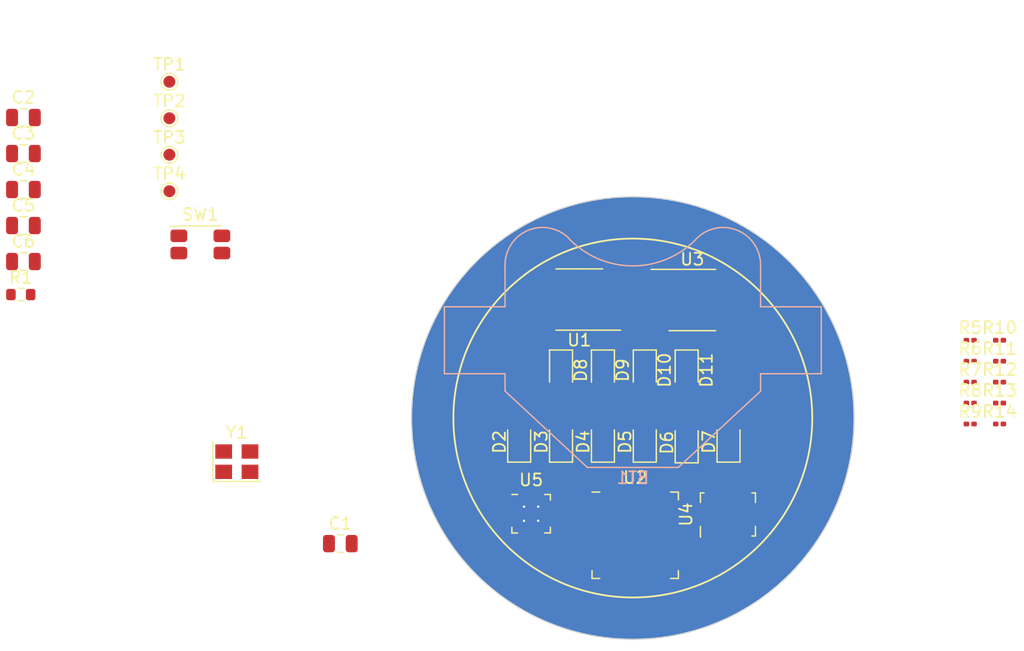
<source format=kicad_pcb>
(kicad_pcb (version 20221018) (generator pcbnew)
  (layers (0 "F.Cu" signal) (31 "B.Cu" signal) (34 "B.Paste" user) (35 "F.Paste" user) (36 "B.SilkS" user "B.Silkscreen") (37 "F.SilkS" user "F.Silkscreen") (38 "B.Mask" user) (39 "F.Mask" user) (44 "Edge.Cuts" user))
  (net 0 "")
  (net 1 "+3.3V")
  (net 2 "GND")
  (net 3 "Net-(U2-XIN)")
  (net 4 "Net-(U2-XOUT)")
  (net 5 "+1V1")
  (net 6 "Net-(R1-Pad1)")
  (net 7 "Net-(U1-~{CS})")
  (net 8 "Net-(U2-SWCLK)")
  (net 9 "Net-(U2-SWD)")
  (net 10 "Net-(U2-RUN)")
  (net 11 "Net-(U1-DO(IO1))")
  (net 12 "Net-(U1-IO2)")
  (net 13 "Net-(U1-DI(IO0))")
  (net 14 "Net-(U1-CLK)")
  (net 15 "Net-(U1-IO3)")
  (net 34 "/usb_D-")
  (net 35 "/usb_D+")
  (net 44 "Net-(U4-AC1)")
  (net 45 "Net-(U4-BOOT1)")
  (net 46 "Net-(BT1-+)")
  (net 47 "Net-(U4-CLAMP1)")
  (net 48 "Net-(U4-COMM1)")
  (net 49 "Net-(D1-K)")
  (net 51 "Net-(U4-TERM)")
  (net 53 "Net-(U4-ILIM)")
  (net 55 "Net-(U4-FOD)")
  (net 56 "Net-(U4-COMM2)")
  (net 57 "Net-(U4-CLAMP2)")
  (net 58 "Net-(U4-BOOT2)")
  (net 59 "Net-(U4-RECT)")
  (net 60 "Net-(U4-AC2)")
  (net 62 "Net-(U5-BAT-Pad2)")
  (net 67 "Net-(U5-VSS-Pad17)")
  (net 69 "Net-(U5-OUT-Pad10)")
  (net 75 "Net-(D2-A)")
  (net 76 "Net-(D3-A)")
  (net 77 "Net-(D4-A)")
  (net 78 "Net-(D5-A)")
  (net 79 "Net-(D6-A)")
  (net 80 "Net-(D7-A)")
  (net 81 "Net-(D8-A)")
  (net 82 "Net-(D9-A)")
  (net 83 "Net-(D10-A)")
  (net 84 "Net-(D11-A)")
  (net 85 "/ledM32")
  (net 86 "/ledM16")
  (net 87 "/ledM8")
  (net 88 "/ledM4")
  (net 89 "/ledM2")
  (net 90 "/ledM1")
  (net 91 "/ledH8")
  (net 92 "/ledH4")
  (net 93 "/ledH2")
  (net 94 "/ledH1")
  (footprint "Resistor_SMD:R_0201_0603Metric" (layer "F.Cu") (at 180.655 98.75)
    (fp_text reference "R13" (at 0 -1.05) (layer "F.SilkS"))
    (fp_text value "R175")
    (pad "1" smd roundrect (at -0.32 0) (size 0.46 0.4) (layers "F.Cu" "F.Mask") (net 93 "/ledH2"))
    (pad "2" smd roundrect (at 0.32 0) (size 0.46 0.4) (layers "F.Cu" "F.Mask") (net 83 "Net-(D10-A)"))
  )
  (footprint "Package_SO:SOIC-8_3.9x4.9mm_P1.27mm" (layer "F.Cu") (at 145.525 90.095 180)
    (fp_text reference "U1" (at 0 -3.4) (layer "F.SilkS"))
    (fp_text value "W25Q32JVSS")
    (fp_line (start 0 -2.56) (end -3.45 -2.56) (stroke (width 0.12)) (layer "F.SilkS"))
    (fp_line (start 0 -2.56) (end 1.95 -2.56) (stroke (width 0.12)) (layer "F.SilkS"))
    (fp_line (start 0 2.56) (end -1.95 2.56) (stroke (width 0.12)) (layer "F.SilkS"))
    (fp_line (start 0 2.56) (end 1.95 2.56) (stroke (width 0.12)) (layer "F.SilkS"))
    (pad "1" smd roundrect (at -2.475 -1.905 180) (size 1.95 0.6) (layers "F.Cu" "F.Paste" "F.Mask") (net 7 "Net-(U1-~{CS})"))
    (pad "2" smd roundrect (at -2.475 -0.635 180) (size 1.95 0.6) (layers "F.Cu" "F.Paste" "F.Mask") (net 11 "Net-(U1-DO(IO1))"))
    (pad "3" smd roundrect (at -2.475 0.635 180) (size 1.95 0.6) (layers "F.Cu" "F.Paste" "F.Mask") (net 12 "Net-(U1-IO2)"))
    (pad "4" smd roundrect (at -2.475 1.905 180) (size 1.95 0.6) (layers "F.Cu" "F.Paste" "F.Mask") (net 2 "GND"))
    (pad "5" smd roundrect (at 2.475 1.905 180) (size 1.95 0.6) (layers "F.Cu" "F.Paste" "F.Mask") (net 13 "Net-(U1-DI(IO0))"))
    (pad "6" smd roundrect (at 2.475 0.635 180) (size 1.95 0.6) (layers "F.Cu" "F.Paste" "F.Mask") (net 14 "Net-(U1-CLK)"))
    (pad "7" smd roundrect (at 2.475 -0.635 180) (size 1.95 0.6) (layers "F.Cu" "F.Paste" "F.Mask") (net 15 "Net-(U1-IO3)"))
    (pad "8" smd roundrect (at 2.475 -1.905 180) (size 1.95 0.6) (layers "F.Cu" "F.Paste" "F.Mask") (net 1 "+3.3V"))
  )
  (footprint "Capacitor_SMD:C_0805_2012Metric" (layer "F.Cu") (at 99.06 80.9)
    (fp_text reference "C4" (at 0 -1.68) (layer "F.SilkS"))
    (fp_text value "1uF")
    (fp_line (start -0.261252 -0.735) (end 0.261252 -0.735) (stroke (width 0.12)) (layer "F.SilkS"))
    (fp_line (start -0.261252 0.735) (end 0.261252 0.735) (stroke (width 0.12)) (layer "F.SilkS"))
    (pad "1" smd roundrect (at -0.95 0) (size 1 1.45) (layers "F.Cu" "F.Paste" "F.Mask") (net 5 "+1V1"))
    (pad "2" smd roundrect (at 0.95 0) (size 1 1.45) (layers "F.Cu" "F.Paste" "F.Mask") (net 2 "GND"))
  )
  (footprint "Resistor_SMD:R_0201_0603Metric" (layer "F.Cu") (at 178.205 95.25)
    (fp_text reference "R6" (at 0 -1.05) (layer "F.SilkS"))
    (fp_text value "R175")
    (pad "1" smd roundrect (at -0.32 0) (size 0.46 0.4) (layers "F.Cu" "F.Mask") (net 86 "/ledM16"))
    (pad "2" smd roundrect (at 0.32 0) (size 0.46 0.4) (layers "F.Cu" "F.Mask") (net 76 "Net-(D3-A)"))
  )
  (footprint "LED_SMD:LED_0805_2012Metric" (layer "F.Cu") (at 154.5 96 -90)
    (fp_text reference "D11" (at 0 -1.65 90) (layer "F.SilkS"))
    (fp_text value "LED")
    (fp_line (start -1.685 -0.96) (end -1.685 0.96) (stroke (width 0.12)) (layer "F.SilkS"))
    (fp_line (start -1.685 0.96) (end 1 0.96) (stroke (width 0.12)) (layer "F.SilkS"))
    (fp_line (start 1 -0.96) (end -1.685 -0.96) (stroke (width 0.12)) (layer "F.SilkS"))
    (pad "1" smd roundrect (at -0.9375 0 270) (size 0.975 1.4) (layers "F.Cu" "F.Paste" "F.Mask") (net 2 "GND"))
    (pad "2" smd roundrect (at 0.9375 0 270) (size 0.975 1.4) (layers "F.Cu" "F.Paste" "F.Mask") (net 84 "Net-(D11-A)"))
  )
  (footprint "TestPoint:TestPoint_Pad_D1.0mm" (layer "F.Cu") (at 111.26 71.89)
    (fp_text reference "TP1" (at 0 -1.448) (layer "F.SilkS"))
    (fp_text value "TestPoint")
    (fp_circle (center 0 0) (end 0 0.7) (stroke (width 0.12)) (fill none) (layer "F.SilkS"))
    (pad "1" smd circle (at 0 0) (size 1 1) (layers "F.Cu" "F.Mask") (net 8 "Net-(U2-SWCLK)"))
  )
  (footprint "Resistor_SMD:R_0201_0603Metric" (layer "F.Cu") (at 180.655 100.5)
    (fp_text reference "R14" (at 0 -1.05) (layer "F.SilkS"))
    (fp_text value "R175")
    (pad "1" smd roundrect (at -0.32 0) (size 0.46 0.4) (layers "F.Cu" "F.Mask") (net 94 "/ledH1"))
    (pad "2" smd roundrect (at 0.32 0) (size 0.46 0.4) (layers "F.Cu" "F.Mask") (net 84 "Net-(D11-A)"))
  )
  (footprint "LED_SMD:LED_0805_2012Metric" (layer "F.Cu") (at 151 96 -90)
    (fp_text reference "D10" (at 0 -1.65 90) (layer "F.SilkS"))
    (fp_text value "LED")
    (fp_line (start -1.685 -0.96) (end -1.685 0.96) (stroke (width 0.12)) (layer "F.SilkS"))
    (fp_line (start -1.685 0.96) (end 1 0.96) (stroke (width 0.12)) (layer "F.SilkS"))
    (fp_line (start 1 -0.96) (end -1.685 -0.96) (stroke (width 0.12)) (layer "F.SilkS"))
    (pad "1" smd roundrect (at -0.9375 0 270) (size 0.975 1.4) (layers "F.Cu" "F.Paste" "F.Mask") (net 2 "GND"))
    (pad "2" smd roundrect (at 0.9375 0 270) (size 0.975 1.4) (layers "F.Cu" "F.Paste" "F.Mask") (net 83 "Net-(D10-A)"))
  )
  (footprint "Resistor_SMD:R_0201_0603Metric" (layer "F.Cu") (at 180.655 97)
    (fp_text reference "R12" (at 0 -1.05) (layer "F.SilkS"))
    (fp_text value "R175")
    (pad "1" smd roundrect (at -0.32 0) (size 0.46 0.4) (layers "F.Cu" "F.Mask") (net 92 "/ledH4"))
    (pad "2" smd roundrect (at 0.32 0) (size 0.46 0.4) (layers "F.Cu" "F.Mask") (net 82 "Net-(D9-A)"))
  )
  (footprint "LED_SMD:LED_0805_2012Metric" (layer "F.Cu") (at 154.5 102.0625 90)
    (fp_text reference "D6" (at 0 -1.65 90) (layer "F.SilkS"))
    (fp_text value "LED")
    (fp_line (start -1.685 -0.96) (end -1.685 0.96) (stroke (width 0.12)) (layer "F.SilkS"))
    (fp_line (start -1.685 0.96) (end 1 0.96) (stroke (width 0.12)) (layer "F.SilkS"))
    (fp_line (start 1 -0.96) (end -1.685 -0.96) (stroke (width 0.12)) (layer "F.SilkS"))
    (pad "1" smd roundrect (at -0.9375 0 90) (size 0.975 1.4) (layers "F.Cu" "F.Paste" "F.Mask") (net 2 "GND"))
    (pad "2" smd roundrect (at 0.9375 0 90) (size 0.975 1.4) (layers "F.Cu" "F.Paste" "F.Mask") (net 79 "Net-(D6-A)"))
  )
  (footprint "LED_SMD:LED_0805_2012Metric" (layer "F.Cu") (at 140.5 102 90)
    (fp_text reference "D2" (at 0 -1.65 90) (layer "F.SilkS"))
    (fp_text value "LED")
    (fp_line (start -1.685 -0.96) (end -1.685 0.96) (stroke (width 0.12)) (layer "F.SilkS"))
    (fp_line (start -1.685 0.96) (end 1 0.96) (stroke (width 0.12)) (layer "F.SilkS"))
    (fp_line (start 1 -0.96) (end -1.685 -0.96) (stroke (width 0.12)) (layer "F.SilkS"))
    (pad "1" smd roundrect (at -0.9375 0 90) (size 0.975 1.4) (layers "F.Cu" "F.Paste" "F.Mask") (net 2 "GND"))
    (pad "2" smd roundrect (at 0.9375 0 90) (size 0.975 1.4) (layers "F.Cu" "F.Paste" "F.Mask") (net 75 "Net-(D2-A)"))
  )
  (footprint "Resistor_SMD:R_0201_0603Metric" (layer "F.Cu") (at 178.205 93.5)
    (fp_text reference "R5" (at 0 -1.05) (layer "F.SilkS"))
    (fp_text value "R175")
    (pad "1" smd roundrect (at -0.32 0) (size 0.46 0.4) (layers "F.Cu" "F.Mask") (net 85 "/ledM32"))
    (pad "2" smd roundrect (at 0.32 0) (size 0.46 0.4) (layers "F.Cu" "F.Mask") (net 75 "Net-(D2-A)"))
  )
  (footprint "TestPoint:TestPoint_Pad_D1.0mm" (layer "F.Cu") (at 111.26 77.99)
    (fp_text reference "TP3" (at 0 -1.448) (layer "F.SilkS"))
    (fp_text value "TestPoint")
    (fp_circle (center 0 0) (end 0 0.7) (stroke (width 0.12)) (fill none) (layer "F.SilkS"))
    (pad "1" smd circle (at 0 0) (size 1 1) (layers "F.Cu" "F.Mask") (net 9 "Net-(U2-SWD)"))
  )
  (footprint "Capacitor_SMD:C_0805_2012Metric" (layer "F.Cu") (at 125.55 110.5)
    (fp_text reference "C1" (at 0 -1.68) (layer "F.SilkS"))
    (fp_text value "1uF")
    (fp_line (start -0.261252 -0.735) (end 0.261252 -0.735) (stroke (width 0.12)) (layer "F.SilkS"))
    (fp_line (start -0.261252 0.735) (end 0.261252 0.735) (stroke (width 0.12)) (layer "F.SilkS"))
    (pad "1" smd roundrect (at -0.95 0) (size 1 1.45) (layers "F.Cu" "F.Paste" "F.Mask") (net 1 "+3.3V"))
    (pad "2" smd roundrect (at 0.95 0) (size 1 1.45) (layers "F.Cu" "F.Paste" "F.Mask") (net 2 "GND"))
  )
  (footprint "Crystal:Crystal_SMD_3225-4Pin_3.2x2.5mm" (layer "F.Cu") (at 116.9 103.65)
    (fp_text reference "Y1" (at 0 -2.45) (layer "F.SilkS"))
    (fp_text value "12MHz_crystal")
    (fp_line (start -2 -1.65) (end -2 1.65) (stroke (width 0.12)) (layer "F.SilkS"))
    (fp_line (start -2 1.65) (end 2 1.65) (stroke (width 0.12)) (layer "F.SilkS"))
    (pad "1" smd rect (at -1.1 0.85) (size 1.4 1.2) (layers "F.Cu" "F.Paste" "F.Mask") (net 4 "Net-(U2-XOUT)"))
    (pad "2" smd rect (at 1.1 0.85) (size 1.4 1.2) (layers "F.Cu" "F.Paste" "F.Mask") (net 2 "GND"))
    (pad "3" smd rect (at 1.1 -0.85) (size 1.4 1.2) (layers "F.Cu" "F.Paste" "F.Mask") (net 3 "Net-(U2-XIN)"))
    (pad "4" smd rect (at -1.1 -0.85) (size 1.4 1.2) (layers "F.Cu" "F.Paste" "F.Mask") (net 2 "GND"))
  )
  (footprint "LED_SMD:LED_0805_2012Metric" (layer "F.Cu") (at 151 102 90)
    (fp_text reference "D5" (at 0 -1.65 90) (layer "F.SilkS"))
    (fp_text value "LED")
    (fp_line (start -1.685 -0.96) (end -1.685 0.96) (stroke (width 0.12)) (layer "F.SilkS"))
    (fp_line (start -1.685 0.96) (end 1 0.96) (stroke (width 0.12)) (layer "F.SilkS"))
    (fp_line (start 1 -0.96) (end -1.685 -0.96) (stroke (width 0.12)) (layer "F.SilkS"))
    (pad "1" smd roundrect (at -0.9375 0 90) (size 0.975 1.4) (layers "F.Cu" "F.Paste" "F.Mask") (net 2 "GND"))
    (pad "2" smd roundrect (at 0.9375 0 90) (size 0.975 1.4) (layers "F.Cu" "F.Paste" "F.Mask") (net 78 "Net-(D5-A)"))
  )
  (footprint "Capacitor_SMD:C_0805_2012Metric" (layer "F.Cu") (at 99.06 77.89)
    (fp_text reference "C3" (at 0 -1.68) (layer "F.SilkS"))
    (fp_text value "20pF")
    (fp_line (start -0.261252 -0.735) (end 0.261252 -0.735) (stroke (width 0.12)) (layer "F.SilkS"))
    (fp_line (start -0.261252 0.735) (end 0.261252 0.735) (stroke (width 0.12)) (layer "F.SilkS"))
    (pad "1" smd roundrect (at -0.95 0) (size 1 1.45) (layers "F.Cu" "F.Paste" "F.Mask") (net 2 "GND"))
    (pad "2" smd roundrect (at 0.95 0) (size 1 1.45) (layers "F.Cu" "F.Paste" "F.Mask") (net 4 "Net-(U2-XOUT)"))
  )
  (footprint "Capacitor_SMD:C_0805_2012Metric" (layer "F.Cu") (at 99.06 83.91)
    (fp_text reference "C5" (at 0 -1.68) (layer "F.SilkS"))
    (fp_text value "1uF")
    (fp_line (start -0.261252 -0.735) (end 0.261252 -0.735) (stroke (width 0.12)) (layer "F.SilkS"))
    (fp_line (start -0.261252 0.735) (end 0.261252 0.735) (stroke (width 0.12)) (layer "F.SilkS"))
    (pad "1" smd roundrect (at -0.95 0) (size 1 1.45) (layers "F.Cu" "F.Paste" "F.Mask") (net 1 "+3.3V"))
    (pad "2" smd roundrect (at 0.95 0) (size 1 1.45) (layers "F.Cu" "F.Paste" "F.Mask") (net 2 "GND"))
  )
  (footprint "LED_SMD:LED_0805_2012Metric" (layer "F.Cu") (at 147.5 102 90)
    (fp_text reference "D4" (at 0 -1.65 90) (layer "F.SilkS"))
    (fp_text value "LED")
    (fp_line (start -1.685 -0.96) (end -1.685 0.96) (stroke (width 0.12)) (layer "F.SilkS"))
    (fp_line (start -1.685 0.96) (end 1 0.96) (stroke (width 0.12)) (layer "F.SilkS"))
    (fp_line (start 1 -0.96) (end -1.685 -0.96) (stroke (width 0.12)) (layer "F.SilkS"))
    (pad "1" smd roundrect (at -0.9375 0 90) (size 0.975 1.4) (layers "F.Cu" "F.Paste" "F.Mask") (net 2 "GND"))
    (pad "2" smd roundrect (at 0.9375 0 90) (size 0.975 1.4) (layers "F.Cu" "F.Paste" "F.Mask") (net 77 "Net-(D4-A)"))
  )
  (footprint "Package_DFN_QFN:Texas_VQFN-RHL-20" (layer "F.Cu") (at 157.95 108.06 90)
    (fp_text reference "U4" (at 0 -3.5 90) (layer "F.SilkS"))
    (fp_text value "BQ51050BRHL")
    (fp_line (start -1.9 -2.3) (end -1 -2.3) (stroke (width 0.12)) (layer "F.SilkS"))
    (fp_line (start -1.8 2) (end -1.8 2.3) (stroke (width 0.12)) (layer "F.SilkS"))
    (fp_line (start -1.8 2.3) (end -1 2.3) (stroke (width 0.12)) (layer "F.SilkS"))
    (fp_line (start 1 -2.3) (end 1.8 -2.3) (stroke (width 0.12)) (layer "F.SilkS"))
    (fp_line (start 1 2.3) (end 1.8 2.3) (stroke (width 0.12)) (layer "F.SilkS"))
    (fp_line (start 1.8 -2.3) (end 1.8 -2) (stroke (width 0.12)) (layer "F.SilkS"))
    (fp_line (start 1.8 2) (end 1.8 2.3) (stroke (width 0.12)) (layer "F.SilkS"))
    (pad "1" smd roundrect (at -0.75 -2.15 90) (size 0.24 0.6) (layers "F.Cu" "F.Paste" "F.Mask") (roundrect_rratio 0.21) (net 2 "GND"))
    (pad "2" smd roundrect (at -1.65 -1.75 90) (size 0.6 0.24) (layers "F.Cu" "F.Paste" "F.Mask") (roundrect_rratio 0.21) (net 44 "Net-(U4-AC1)"))
    (pad "3" smd roundrect (at -1.65 -1.25 90) (size 0.6 0.24) (layers "F.Cu" "F.Paste" "F.Mask") (roundrect_rratio 0.21) (net 45 "Net-(U4-BOOT1)"))
    (pad "4" smd roundrect (at -1.65 -0.75 90) (size 0.6 0.24) (layers "F.Cu" "F.Paste" "F.Mask") (roundrect_rratio 0.21) (net 46 "Net-(BT1-+)"))
    (pad "5" smd roundrect (at -1.65 -0.25 90) (size 0.6 0.24) (layers "F.Cu" "F.Paste" "F.Mask") (roundrect_rratio 0.21) (net 47 "Net-(U4-CLAMP1)"))
    (pad "6" smd roundrect (at -1.65 0.25 90) (size 0.6 0.24) (layers "F.Cu" "F.Paste" "F.Mask") (roundrect_rratio 0.21) (net 48 "Net-(U4-COMM1)"))
    (pad "7" smd roundrect (at -1.65 0.75 90) (size 0.6 0.24) (layers "F.Cu" "F.Paste" "F.Mask") (roundrect_rratio 0.21) (net 49 "Net-(D1-K)"))
    (pad "8" smd roundrect (at -1.65 1.25 90) (size 0.6 0.24) (layers "F.Cu" "F.Paste" "F.Mask") (roundrect_rratio 0.21))
    (pad "9" smd roundrect (at -1.65 1.75 90) (size 0.6 0.24) (layers "F.Cu" "F.Paste" "F.Mask") (roundrect_rratio 0.21) (net 2 "GND"))
    (pad "10" smd roundrect (at -0.75 2.15 90) (size 0.24 0.6) (layers "F.Cu" "F.Paste" "F.Mask") (roundrect_rratio 0.21) (net 51 "Net-(U4-TERM)"))
    (pad "11" smd roundrect (at 0.75 2.15 90) (size 0.24 0.6) (layers "F.Cu" "F.Paste" "F.Mask") (roundrect_rratio 0.21))
    (pad "12" smd roundrect (at 1.65 1.75 90) (size 0.6 0.24) (layers "F.Cu" "F.Paste" "F.Mask") (roundrect_rratio 0.21) (net 53 "Net-(U4-ILIM)"))
    (pad "13" smd roundrect (at 1.65 1.25 90) (size 0.6 0.24) (layers "F.Cu" "F.Paste" "F.Mask") (roundrect_rratio 0.21))
    (pad "14" smd roundrect (at 1.65 0.75 90) (size 0.6 0.24) (layers "F.Cu" "F.Paste" "F.Mask") (roundrect_rratio 0.21) (net 55 "Net-(U4-FOD)"))
    (pad "15" smd roundrect (at 1.65 0.25 90) (size 0.6 0.24) (layers "F.Cu" "F.Paste" "F.Mask") (roundrect_rratio 0.21) (net 56 "Net-(U4-COMM2)"))
    (pad "16" smd roundrect (at 1.65 -0.25 90) (size 0.6 0.24) (layers "F.Cu" "F.Paste" "F.Mask") (roundrect_rratio 0.21) (net 57 "Net-(U4-CLAMP2)"))
    (pad "17" smd roundrect (at 1.65 -0.75 90) (size 0.6 0.24) (layers "F.Cu" "F.Paste" "F.Mask") (roundrect_rratio 0.21) (net 58 "Net-(U4-BOOT2)"))
    (pad "18" smd roundrect (at 1.65 -1.25 90) (size 0.6 0.24) (layers "F.Cu" "F.Paste" "F.Mask") (roundrect_rratio 0.21) (net 59 "Net-(U4-RECT)"))
    (pad "19" smd roundrect (at 1.65 -1.75 90) (size 0.6 0.24) (layers "F.Cu" "F.Paste" "F.Mask") (roundrect_rratio 0.21) (net 60 "Net-(U4-AC2)"))
    (pad "20" smd roundrect (at 0.75 -2.15 90) (size 0.24 0.6) (layers "F.Cu" "F.Paste" "F.Mask") (roundrect_rratio 0.21) (net 2 "GND"))
    (pad "21" smd roundrect (at -0.275 -2.15 90) (size 0.2 0.6) (layers "F.Cu" "F.Paste" "F.Mask") (net 2 "GND"))
    (pad "21" smd roundrect (at -0.275 2.15 90) (size 0.2 0.6) (layers "F.Cu" "F.Paste" "F.Mask") (net 2 "GND"))
    (pad "21" smd custom (at 0 0 90) (size 1.524 1.524) (layers "F.Cu" "F.Mask") (net 2 "GND") (options (clearance outline) (anchor rect)) (primitives (gr_poly (pts (xy 0.375 -1.525) (xy 1.025 -1.525) (xy 1.025 1.525) (xy 0.375 1.525) (xy 0.375 1.925) (xy -0.375 1.925) (xy -0.375 1.525) (xy -1.025 1.525) (xy -1.025 -1.525) (xy -0.375 -1.525) (xy -0.375 -1.925) (xy 0.375 -1.925)) (width 0) (fill yes))))
    (pad "21" smd roundrect (at 0.275 -2.15 90) (size 0.2 0.6) (layers "F.Cu" "F.Paste" "F.Mask") (net 2 "GND"))
    (pad "21" smd roundrect (at 0.275 2.15 90) (size 0.2 0.6) (layers "F.Cu" "F.Paste" "F.Mask") (net 2 "GND"))
  )
  (footprint "Resistor_SMD:R_0201_0603Metric" (layer "F.Cu") (at 178.205 100.5)
    (fp_text reference "R9" (at 0 -1.05) (layer "F.SilkS"))
    (fp_text value "R175")
    (pad "1" smd roundrect (at -0.32 0) (size 0.46 0.4) (layers "F.Cu" "F.Mask") (net 89 "/ledM2"))
    (pad "2" smd roundrect (at 0.32 0) (size 0.46 0.4) (layers "F.Cu" "F.Mask") (net 79 "Net-(D6-A)"))
  )
  (footprint "LED_SMD:LED_0805_2012Metric" (layer "F.Cu") (at 144 96 -90)
    (fp_text reference "D8" (at 0 -1.65 90) (layer "F.SilkS"))
    (fp_text value "LED")
    (fp_line (start -1.685 -0.96) (end -1.685 0.96) (stroke (width 0.12)) (layer "F.SilkS"))
    (fp_line (start -1.685 0.96) (end 1 0.96) (stroke (width 0.12)) (layer "F.SilkS"))
    (fp_line (start 1 -0.96) (end -1.685 -0.96) (stroke (width 0.12)) (layer "F.SilkS"))
    (pad "1" smd roundrect (at -0.9375 0 270) (size 0.975 1.4) (layers "F.Cu" "F.Paste" "F.Mask") (net 2 "GND"))
    (pad "2" smd roundrect (at 0.9375 0 270) (size 0.975 1.4) (layers "F.Cu" "F.Paste" "F.Mask") (net 81 "Net-(D8-A)"))
  )
  (footprint "Capacitor_SMD:C_0805_2012Metric" (layer "F.Cu") (at 99.06 74.88)
    (fp_text reference "C2" (at 0 -1.68) (layer "F.SilkS"))
    (fp_text value "20pF")
    (fp_line (start -0.261252 -0.735) (end 0.261252 -0.735) (stroke (width 0.12)) (layer "F.SilkS"))
    (fp_line (start -0.261252 0.735) (end 0.261252 0.735) (stroke (width 0.12)) (layer "F.SilkS"))
    (pad "1" smd roundrect (at -0.95 0) (size 1 1.45) (layers "F.Cu" "F.Paste" "F.Mask") (net 2 "GND"))
    (pad "2" smd roundrect (at 0.95 0) (size 1 1.45) (layers "F.Cu" "F.Paste" "F.Mask") (net 3 "Net-(U2-XIN)"))
  )
  (footprint "TestPoint:TestPoint_Pad_D1.0mm" (layer "F.Cu") (at 111.26 74.94)
    (fp_text reference "TP2" (at 0 -1.448) (layer "F.SilkS"))
    (fp_text value "TestPoint")
    (fp_circle (center 0 0) (end 0 0.7) (stroke (width 0.12)) (fill none) (layer "F.SilkS"))
    (pad "1" smd circle (at 0 0) (size 1 1) (layers "F.Cu" "F.Mask") (net 2 "GND"))
  )
  (footprint "TestPoint:TestPoint_Pad_D1.0mm" (layer "F.Cu") (at 111.26 81.04)
    (fp_text reference "TP4" (at 0 -1.448) (layer "F.SilkS"))
    (fp_text value "TestPoint")
    (fp_circle (center 0 0) (end 0 0.7) (stroke (width 0.12)) (fill none) (layer "F.SilkS"))
    (pad "1" smd circle (at 0 0) (size 1 1) (layers "F.Cu" "F.Mask") (net 10 "Net-(U2-RUN)"))
  )
  (footprint "Resistor_SMD:R_0201_0603Metric" (layer "F.Cu") (at 178.205 98.75)
    (fp_text reference "R8" (at 0 -1.05) (layer "F.SilkS"))
    (fp_text value "R175")
    (pad "1" smd roundrect (at -0.32 0) (size 0.46 0.4) (layers "F.Cu" "F.Mask") (net 88 "/ledM4"))
    (pad "2" smd roundrect (at 0.32 0) (size 0.46 0.4) (layers "F.Cu" "F.Mask") (net 78 "Net-(D5-A)"))
  )
  (footprint "Button_Switch_SMD:SW_SPST_EVQP7C" (layer "F.Cu") (at 113.85 85.49)
    (fp_text reference "SW1" (at 0 -2.5) (layer "F.SilkS"))
    (fp_text value "SW_Push")
    (fp_line (start -2.55 -1.51) (end -1.75 -1.51) (stroke (width 0.12)) (layer "F.SilkS"))
    (fp_line (start -1.75 -1.55) (end -1.75 -1.51) (stroke (width 0.12)) (layer "F.SilkS"))
    (fp_line (start -1.75 -1.55) (end 1.75 -1.55) (stroke (width 0.12)) (layer "F.SilkS"))
    (pad "" np_thru_hole circle (at 0 -0.9) (size 0.7 0.7) (drill 0.7) (layers "*.Cu" "*.Mask"))
    (pad "" np_thru_hole circle (at 0 0.9) (size 0.7 0.7) (drill 0.7) (layers "*.Cu" "*.Mask"))
    (pad "1" smd roundrect (at -1.8 -0.72) (size 1.4 1.05) (layers "F.Cu" "F.Paste" "F.Mask") (roundrect_rratio 0.2380952381) (net 2 "GND"))
    (pad "1" smd roundrect (at 1.8 -0.72) (size 1.4 1.05) (layers "F.Cu" "F.Paste" "F.Mask") (roundrect_rratio 0.2380952381) (net 2 "GND"))
    (pad "2" smd roundrect (at -1.8 0.72) (size 1.4 1.05) (layers "F.Cu" "F.Paste" "F.Mask") (roundrect_rratio 0.2380952381) (net 6 "Net-(R1-Pad1)"))
    (pad "2" smd roundrect (at 1.8 0.72) (size 1.4 1.05) (layers "F.Cu" "F.Paste" "F.Mask") (roundrect_rratio 0.2380952381) (net 6 "Net-(R1-Pad1)"))
  )
  (footprint "Capacitor_SMD:C_0805_2012Metric" (layer "F.Cu") (at 99.06 86.92)
    (fp_text reference "C6" (at 0 -1.68) (layer "F.SilkS"))
    (fp_text value "1uF")
    (fp_line (start -0.261252 -0.735) (end 0.261252 -0.735) (stroke (width 0.12)) (layer "F.SilkS"))
    (fp_line (start -0.261252 0.735) (end 0.261252 0.735) (stroke (width 0.12)) (layer "F.SilkS"))
    (pad "1" smd roundrect (at -0.95 0) (size 1 1.45) (layers "F.Cu" "F.Paste" "F.Mask") (net 1 "+3.3V"))
    (pad "2" smd roundrect (at 0.95 0) (size 1 1.45) (layers "F.Cu" "F.Paste" "F.Mask") (net 2 "GND"))
  )
  (footprint "LED_SMD:LED_0805_2012Metric" (layer "F.Cu") (at 147.5 96 -90)
    (fp_text reference "D9" (at 0 -1.65 90) (layer "F.SilkS"))
    (fp_text value "LED")
    (fp_line (start -1.685 -0.96) (end -1.685 0.96) (stroke (width 0.12)) (layer "F.SilkS"))
    (fp_line (start -1.685 0.96) (end 1 0.96) (stroke (width 0.12)) (layer "F.SilkS"))
    (fp_line (start 1 -0.96) (end -1.685 -0.96) (stroke (width 0.12)) (layer "F.SilkS"))
    (pad "1" smd roundrect (at -0.9375 0 270) (size 0.975 1.4) (layers "F.Cu" "F.Paste" "F.Mask") (net 2 "GND"))
    (pad "2" smd roundrect (at 0.9375 0 270) (size 0.975 1.4) (layers "F.Cu" "F.Paste" "F.Mask") (net 82 "Net-(D9-A)"))
  )
  (footprint "Package_DFN_QFN:VQFN-16-1EP_3x3mm_P0.5mm_EP1.68x1.68mm_ThermalVias" (layer "F.Cu") (at 141.5 108)
    (fp_text reference "U5" (at 0 -2.82) (layer "F.SilkS"))
    (fp_text value "BQ24230RGT")
    (fp_line (start -1.61 1.61) (end -1.61 1.135) (stroke (width 0.12)) (layer "F.SilkS"))
    (fp_line (start -1.135 -1.61) (end -1.61 -1.61) (stroke (width 0.12)) (layer "F.SilkS"))
    (fp_line (start -1.135 1.61) (end -1.61 1.61) (stroke (width 0.12)) (layer "F.SilkS"))
    (fp_line (start 1.135 -1.61) (end 1.61 -1.61) (stroke (width 0.12)) (layer "F.SilkS"))
    (fp_line (start 1.135 1.61) (end 1.61 1.61) (stroke (width 0.12)) (layer "F.SilkS"))
    (fp_line (start 1.61 -1.61) (end 1.61 -1.135) (stroke (width 0.12)) (layer "F.SilkS"))
    (fp_line (start 1.61 1.61) (end 1.61 1.135) (stroke (width 0.12)) (layer "F.SilkS"))
    (pad "1" smd roundrect (at -1.4625 -0.75) (size 0.825 0.25) (layers "F.Cu" "F.Paste" "F.Mask"))
    (pad "2" smd roundrect (at -1.4625 -0.25) (size 0.825 0.25) (layers "F.Cu" "F.Paste" "F.Mask") (net 62 "Net-(U5-BAT-Pad2)"))
    (pad "3" smd roundrect (at -1.4625 0.25) (size 0.825 0.25) (layers "F.Cu" "F.Paste" "F.Mask") (net 62 "Net-(U5-BAT-Pad2)"))
    (pad "4" smd roundrect (at -1.4625 0.75) (size 0.825 0.25) (layers "F.Cu" "F.Paste" "F.Mask"))
    (pad "5" smd roundrect (at -0.75 1.4625) (size 0.25 0.825) (layers "F.Cu" "F.Paste" "F.Mask"))
    (pad "6" smd roundrect (at -0.25 1.4625) (size 0.25 0.825) (layers "F.Cu" "F.Paste" "F.Mask"))
    (pad "7" smd roundrect (at 0.25 1.4625) (size 0.25 0.825) (layers "F.Cu" "F.Paste" "F.Mask"))
    (pad "8" smd roundrect (at 0.75 1.4625) (size 0.25 0.825) (layers "F.Cu" "F.Paste" "F.Mask") (net 67 "Net-(U5-VSS-Pad17)"))
    (pad "9" smd roundrect (at 1.4625 0.75) (size 0.825 0.25) (layers "F.Cu" "F.Paste" "F.Mask"))
    (pad "10" smd roundrect (at 1.4625 0.25) (size 0.825 0.25) (layers "F.Cu" "F.Paste" "F.Mask") (net 69 "Net-(U5-OUT-Pad10)"))
    (pad "11" smd roundrect (at 1.4625 -0.25) (size 0.825 0.25) (layers "F.Cu" "F.Paste" "F.Mask") (net 69 "Net-(U5-OUT-Pad10)"))
    (pad "12" smd roundrect (at 1.4625 -0.75) (size 0.825 0.25) (layers "F.Cu" "F.Paste" "F.Mask"))
    (pad "13" smd roundrect (at 0.75 -1.4625) (size 0.25 0.825) (layers "F.Cu" "F.Paste" "F.Mask"))
    (pad "14" smd roundrect (at 0.25 -1.4625) (size 0.25 0.825) (layers "F.Cu" "F.Paste" "F.Mask"))
    (pad "15" smd roundrect (at -0.25 -1.4625) (size 0.25 0.825) (layers "F.Cu" "F.Paste" "F.Mask"))
    (pad "16" smd roundrect (at -0.75 -1.4625) (size 0.25 0.825) (layers "F.Cu" "F.Paste" "F.Mask"))
    (pad "17" thru_hole circle (at -0.59 -0.59) (size 0.5 0.5) (drill 0.2) (layers "*.Cu") (net 67 "Net-(U5-VSS-Pad17)"))
    (pad "17" thru_hole circle (at -0.59 0.59) (size 0.5 0.5) (drill 0.2) (layers "*.Cu") (net 67 "Net-(U5-VSS-Pad17)"))
    (pad "17" smd rect (at 0 0) (size 1.68 1.68) (layers "F.Cu" "F.Mask") (net 67 "Net-(U5-VSS-Pad17)"))
    (pad "17" smd rect (at 0 0) (size 1.68 1.68) (layers "B.Cu") (net 67 "Net-(U5-VSS-Pad17)"))
    (pad "17" thru_hole circle (at 0.59 -0.59) (size 0.5 0.5) (drill 0.2) (layers "*.Cu") (net 67 "Net-(U5-VSS-Pad17)"))
    (pad "17" thru_hole circle (at 0.59 0.59) (size 0.5 0.5) (drill 0.2) (layers "*.Cu") (net 67 "Net-(U5-VSS-Pad17)"))
  )
  (footprint "Resistor_SMD:R_0201_0603Metric" (layer "F.Cu") (at 178.205 97)
    (fp_text reference "R7" (at 0 -1.05) (layer "F.SilkS"))
    (fp_text value "R175")
    (pad "1" smd roundrect (at -0.32 0) (size 0.46 0.4) (layers "F.Cu" "F.Mask") (net 87 "/ledM8"))
    (pad "2" smd roundrect (at 0.32 0) (size 0.46 0.4) (layers "F.Cu" "F.Mask") (net 77 "Net-(D4-A)"))
  )
  (footprint "Package_DFN_QFN:QFN-56-1EP_7x7mm_P0.4mm_EP3.2x3.2mm" (layer "F.Cu") (at 150.2 109.8)
    (fp_text reference "U2" (at 0 -4.82) (layer "F.SilkS"))
    (fp_text value "RP2040")
    (fp_line (start -3.61 3.61) (end -3.61 2.96) (stroke (width 0.12)) (layer "F.SilkS"))
    (fp_line (start -2.96 -3.61) (end -3.61 -3.61) (stroke (width 0.12)) (layer "F.SilkS"))
    (fp_line (start -2.96 3.61) (end -3.61 3.61) (stroke (width 0.12)) (layer "F.SilkS"))
    (fp_line (start 2.96 -3.61) (end 3.61 -3.61) (stroke (width 0.12)) (layer "F.SilkS"))
    (fp_line (start 2.96 3.61) (end 3.61 3.61) (stroke (width 0.12)) (layer "F.SilkS"))
    (fp_line (start 3.61 -3.61) (end 3.61 -2.96) (stroke (width 0.12)) (layer "F.SilkS"))
    (fp_line (start 3.61 3.61) (end 3.61 2.96) (stroke (width 0.12)) (layer "F.SilkS"))
    (pad "1" smd roundrect (at -3.4375 -2.6) (size 0.875 0.2) (layers "F.Cu" "F.Paste" "F.Mask") (net 1 "+3.3V"))
    (pad "2" smd roundrect (at -3.4375 -2.2) (size 0.875 0.2) (layers "F.Cu" "F.Paste" "F.Mask") (net 94 "/ledH1"))
    (pad "3" smd roundrect (at -3.4375 -1.8) (size 0.875 0.2) (layers "F.Cu" "F.Paste" "F.Mask") (net 93 "/ledH2"))
    (pad "4" smd roundrect (at -3.4375 -1.4) (size 0.875 0.2) (layers "F.Cu" "F.Paste" "F.Mask") (net 92 "/ledH4"))
    (pad "5" smd roundrect (at -3.4375 -1) (size 0.875 0.2) (layers "F.Cu" "F.Paste" "F.Mask") (net 91 "/ledH8"))
    (pad "6" smd roundrect (at -3.4375 -0.6) (size 0.875 0.2) (layers "F.Cu" "F.Paste" "F.Mask") (net 90 "/ledM1"))
    (pad "7" smd roundrect (at -3.4375 -0.2) (size 0.875 0.2) (layers "F.Cu" "F.Paste" "F.Mask") (net 89 "/ledM2"))
    (pad "8" smd roundrect (at -3.4375 0.2) (size 0.875 0.2) (layers "F.Cu" "F.Paste" "F.Mask") (net 88 "/ledM4"))
    (pad "9" smd roundrect (at -3.4375 0.6) (size 0.875 0.2) (layers "F.Cu" "F.Paste" "F.Mask") (net 87 "/ledM8"))
    (pad "10" smd roundrect (at -3.4375 1) (size 0.875 0.2) (layers "F.Cu" "F.Paste" "F.Mask") (net 1 "+3.3V"))
    (pad "11" smd roundrect (at -3.4375 1.4) (size 0.875 0.2) (layers "F.Cu" "F.Paste" "F.Mask") (net 86 "/ledM16"))
    (pad "12" smd roundrect (at -3.4375 1.8) (size 0.875 0.2) (layers "F.Cu" "F.Paste" "F.Mask") (net 85 "/ledM32"))
    (pad "13" smd roundrect (at -3.4375 2.2) (size 0.875 0.2) (layers "F.Cu" "F.Paste" "F.Mask"))
    (pad "14" smd roundrect (at -3.4375 2.6) (size 0.875 0.2) (layers "F.Cu" "F.Paste" "F.Mask"))
    (pad "15" smd roundrect (at -2.6 3.4375) (size 0.2 0.875) (layers "F.Cu" "F.Paste" "F.Mask"))
    (pad "16" smd roundrect (at -2.2 3.4375) (size 0.2 0.875) (layers "F.Cu" "F.Paste" "F.Mask"))
    (pad "17" smd roundrect (at -1.8 3.4375) (size 0.2 0.875) (layers "F.Cu" "F.Paste" "F.Mask"))
    (pad "18" smd roundrect (at -1.4 3.4375) (size 0.2 0.875) (layers "F.Cu" "F.Paste" "F.Mask"))
    (pad "19" smd roundrect (at -1 3.4375) (size 0.2 0.875) (layers "F.Cu" "F.Paste" "F.Mask") (net 2 "GND"))
    (pad "20" smd roundrect (at -0.6 3.4375) (size 0.2 0.875) (layers "F.Cu" "F.Paste" "F.Mask") (net 3 "Net-(U2-XIN)"))
    (pad "21" smd roundrect (at -0.2 3.4375) (size 0.2 0.875) (layers "F.Cu" "F.Paste" "F.Mask") (net 4 "Net-(U2-XOUT)"))
    (pad "22" smd roundrect (at 0.2 3.4375) (size 0.2 0.875) (layers "F.Cu" "F.Paste" "F.Mask") (net 1 "+3.3V"))
    (pad "23" smd roundrect (at 0.6 3.4375) (size 0.2 0.875) (layers "F.Cu" "F.Paste" "F.Mask") (net 5 "+1V1"))
    (pad "24" smd roundrect (at 1 3.4375) (size 0.2 0.875) (layers "F.Cu" "F.Paste" "F.Mask") (net 8 "Net-(U2-SWCLK)"))
    (pad "25" smd roundrect (at 1.4 3.4375) (size 0.2 0.875) (layers "F.Cu" "F.Paste" "F.Mask") (net 9 "Net-(U2-SWD)"))
    (pad "26" smd roundrect (at 1.8 3.4375) (size 0.2 0.875) (layers "F.Cu" "F.Paste" "F.Mask") (net 10 "Net-(U2-RUN)"))
    (pad "27" smd roundrect (at 2.2 3.4375) (size 0.2 0.875) (layers "F.Cu" "F.Paste" "F.Mask"))
    (pad "28" smd roundrect (at 2.6 3.4375) (size 0.2 0.875) (layers "F.Cu" "F.Paste" "F.Mask"))
    (pad "29" smd roundrect (at 3.4375 2.6) (size 0.875 0.2) (layers "F.Cu" "F.Paste" "F.Mask"))
    (pad "30" smd roundrect (at 3.4375 2.2) (size 0.875 0.2) (layers "F.Cu" "F.Paste" "F.Mask"))
    (pad "31" smd roundrect (at 3.4375 1.8) (size 0.875 0.2) (layers "F.Cu" "F.Paste" "F.Mask"))
    (pad "32" smd roundrect (at 3.4375 1.4) (size 0.875 0.2) (layers "F.Cu" "F.Paste" "F.Mask"))
    (pad "33" smd roundrect (at 3.4375 1) (size 0.875 0.2) (layers "F.Cu" "F.Paste" "F.Mask") (net 1 "+3.3V"))
    (pad "34" smd roundrect (at 3.4375 0.6) (size 0.875 0.2) (layers "F.Cu" "F.Paste" "F.Mask"))
    (pad "35" smd roundrect (at 3.4375 0.2) (size 0.875 0.2) (layers "F.Cu" "F.Paste" "F.Mask"))
    (pad "36" smd roundrect (at 3.4375 -0.2) (size 0.875 0.2) (layers "F.Cu" "F.Paste" "F.Mask"))
    (pad "37" smd roundrect (at 3.4375 -0.6) (size 0.875 0.2) (layers "F.Cu" "F.Paste" "F.Mask"))
    (pad "38" smd roundrect (at 3.4375 -1) (size 0.875 0.2) (layers "F.Cu" "F.Paste" "F.Mask"))
    (pad "39" smd roundrect (at 3.4375 -1.4) (size 0.875 0.2) (layers "F.Cu" "F.Paste" "F.Mask"))
    (pad "40" smd roundrect (at 3.4375 -1.8) (size 0.875 0.2) (layers "F.Cu" "F.Paste" "F.Mask"))
    (pad "41" smd roundrect (at 3.4375 -2.2) (size 0.875 0.2) (layers "F.Cu" "F.Paste" "F.Mask"))
    (pad "42" smd roundrect (at 3.4375 -2.6) (size 0.875 0.2) (layers "F.Cu" "F.Paste" "F.Mask") (net 1 "+3.3V"))
    (pad "43" smd roundrect (at 2.6 -3.4375) (size 0.2 0.875) (layers "F.Cu" "F.Paste" "F.Mask") (net 1 "+3.3V"))
    (pad "44" smd roundrect (at 2.2 -3.4375) (size 0.2 0.875) (layers "F.Cu" "F.Paste" "F.Mask") (net 1 "+3.3V"))
    (pad "45" smd roundrect (at 1.8 -3.4375) (size 0.2 0.875) (layers "F.Cu" "F.Paste" "F.Mask") (net 5 "+1V1"))
    (pad "46" smd roundrect (at 1.4 -3.4375) (size 0.2 0.875) (layers "F.Cu" "F.Paste" "F.Mask") (net 34 "/usb_D-"))
    (pad "47" smd roundrect (at 1 -3.4375) (size 0.2 0.875) (layers "F.Cu" "F.Paste" "F.Mask") (net 35 "/usb_D+"))
    (pad "48" smd roundrect (at 0.6 -3.4375) (size 0.2 0.875) (layers "F.Cu" "F.Paste" "F.Mask") (net 1 "+3.3V"))
    (pad "49" smd roundrect (at 0.2 -3.4375) (size 0.2 0.875) (layers "F.Cu" "F.Paste" "F.Mask") (net 1 "+3.3V"))
    (pad "50" smd roundrect (at -0.2 -3.4375) (size 0.2 0.875) (layers "F.Cu" "F.Paste" "F.Mask") (net 5 "+1V1"))
    (pad "51" smd roundrect (at -0.6 -3.4375) (size 0.2 0.875) (layers "F.Cu" "F.Paste" "F.Mask") (net 15 "Net-(U1-IO3)"))
    (pad "52" smd roundrect (at -1 -3.4375) (size 0.2 0.875) (layers "F.Cu" "F.Paste" "F.Mask") (net 14 "Net-(U1-CLK)"))
    (pad "53" smd roundrect (at -1.4 -3.4375) (size 0.2 0.875) (layers "F.Cu" "F.Paste" "F.Mask") (net 13 "Net-(U1-DI(IO0))"))
    (pad "54" smd roundrect (at -1.8 -3.4375) (size 0.2 0.875) (layers "F.Cu" "F.Paste" "F.Mask") (net 12 "Net-(U1-IO2)"))
    (pad "55" smd roundrect (at -2.2 -3.4375) (size 0.2 0.875) (layers "F.Cu" "F.Paste" "F.Mask") (net 11 "Net-(U1-DO(IO1))"))
    (pad "56" smd roundrect (at -2.6 -3.4375) (size 0.2 0.875) (layers "F.Cu" "F.Paste" "F.Mask") (net 7 "Net-(U1-~{CS})"))
    (pad "57" smd rect (at 0 0) (size 3.2 3.2) (layers "F.Cu" "F.Mask") (net 2 "GND"))
  )
  (footprint "Resistor_SMD:R_0603_1608Metric" (layer "F.Cu") (at 98.84 89.68)
    (fp_text reference "R1" (at 0 -1.43) (layer "F.SilkS"))
    (fp_text value "1k")
    (fp_line (start -0.237258 -0.5225) (end 0.237258 -0.5225) (stroke (width 0.12)) (layer "F.SilkS"))
    (fp_line (start -0.237258 0.5225) (end 0.237258 0.5225) (stroke (width 0.12)) (layer "F.SilkS"))
    (pad "1" smd roundrect (at -0.825 0) (size 0.8 0.95) (layers "F.Cu" "F.Paste" "F.Mask") (net 6 "Net-(R1-Pad1)"))
    (pad "2" smd roundrect (at 0.825 0) (size 0.8 0.95) (layers "F.Cu" "F.Paste" "F.Mask") (net 7 "Net-(U1-~{CS})"))
  )
  (footprint "Resistor_SMD:R_0201_0603Metric" (layer "F.Cu") (at 180.655 95.25)
    (fp_text reference "R11" (at 0 -1.05) (layer "F.SilkS"))
    (fp_text value "R175")
    (pad "1" smd roundrect (at -0.32 0) (size 0.46 0.4) (layers "F.Cu" "F.Mask") (net 91 "/ledH8"))
    (pad "2" smd roundrect (at 0.32 0) (size 0.46 0.4) (layers "F.Cu" "F.Mask") (net 81 "Net-(D8-A)"))
  )
  (footprint "LED_SMD:LED_0805_2012Metric" (layer "F.Cu") (at 158 102 90)
    (fp_text reference "D7" (at 0 -1.65 90) (layer "F.SilkS"))
    (fp_text value "LED")
    (fp_line (start -1.685 -0.96) (end -1.685 0.96) (stroke (width 0.12)) (layer "F.SilkS"))
    (fp_line (start -1.685 0.96) (end 1 0.96) (stroke (width 0.12)) (layer "F.SilkS"))
    (fp_line (start 1 -0.96) (end -1.685 -0.96) (stroke (width 0.12)) (layer "F.SilkS"))
    (pad "1" smd roundrect (at -0.9375 0 90) (size 0.975 1.4) (layers "F.Cu" "F.Paste" "F.Mask") (net 2 "GND"))
    (pad "2" smd roundrect (at 0.9375 0 90) (size 0.975 1.4) (layers "F.Cu" "F.Paste" "F.Mask") (net 80 "Net-(D7-A)"))
  )
  (footprint "Package_SO:SOIC-8_3.9x4.9mm_P1.27mm" (layer "F.Cu") (at 154.975 90.135)
    (fp_text reference "U3" (at 0 -3.4) (layer "F.SilkS"))
    (fp_text value "DS3231MZ")
    (fp_line (start 0 -2.56) (end -3.45 -2.56) (stroke (width 0.12)) (layer "F.SilkS"))
    (fp_line (start 0 -2.56) (end 1.95 -2.56) (stroke (width 0.12)) (layer "F.SilkS"))
    (fp_line (start 0 2.56) (end -1.95 2.56) (stroke (width 0.12)) (layer "F.SilkS"))
    (fp_line (start 0 2.56) (end 1.95 2.56) (stroke (width 0.12)) (layer "F.SilkS"))
    (pad "1" smd roundrect (at -2.475 -1.905) (size 1.95 0.6) (layers "F.Cu" "F.Paste" "F.Mask"))
    (pad "2" smd roundrect (at -2.475 -0.635) (size 1.95 0.6) (layers "F.Cu" "F.Paste" "F.Mask"))
    (pad "3" smd roundrect (at -2.475 0.635) (size 1.95 0.6) (layers "F.Cu" "F.Paste" "F.Mask"))
    (pad "4" smd roundrect (at -2.475 1.905) (size 1.95 0.6) (layers "F.Cu" "F.Paste" "F.Mask"))
    (pad "5" smd roundrect (at 2.475 1.905) (size 1.95 0.6) (layers "F.Cu" "F.Paste" "F.Mask"))
    (pad "6" smd roundrect (at 2.475 0.635) (size 1.95 0.6) (layers "F.Cu" "F.Paste" "F.Mask"))
    (pad "7" smd roundrect (at 2.475 -0.635) (size 1.95 0.6) (layers "F.Cu" "F.Paste" "F.Mask"))
    (pad "8" smd roundrect (at 2.475 -1.905) (size 1.95 0.6) (layers "F.Cu" "F.Paste" "F.Mask"))
  )
  (footprint "Resistor_SMD:R_0201_0603Metric" (layer "F.Cu") (at 180.655 93.5)
    (fp_text reference "R10" (at 0 -1.05) (layer "F.SilkS"))
    (fp_text value "R175")
    (pad "1" smd roundrect (at -0.32 0) (size 0.46 0.4) (layers "F.Cu" "F.Mask") (net 90 "/ledM1"))
    (pad "2" smd roundrect (at 0.32 0) (size 0.46 0.4) (layers "F.Cu" "F.Mask") (net 80 "Net-(D7-A)"))
  )
  (footprint "LED_SMD:LED_0805_2012Metric" (layer "F.Cu") (at 144 102 90)
    (fp_text reference "D3" (at 0 -1.65 90) (layer "F.SilkS"))
    (fp_text value "LED")
    (fp_line (start -1.685 -0.96) (end -1.685 0.96) (stroke (width 0.12)) (layer "F.SilkS"))
    (fp_line (start -1.685 0.96) (end 1 0.96) (stroke (width 0.12)) (layer "F.SilkS"))
    (fp_line (start 1 -0.96) (end -1.685 -0.96) (stroke (width 0.12)) (layer "F.SilkS"))
    (pad "1" smd roundrect (at -0.9375 0 90) (size 0.975 1.4) (layers "F.Cu" "F.Paste" "F.Mask") (net 2 "GND"))
    (pad "2" smd roundrect (at 0.9375 0 90) (size 0.975 1.4) (layers "F.Cu" "F.Paste" "F.Mask") (net 76 "Net-(D3-A)"))
  )
  (footprint "Battery:BatteryHolder_Multicomp_BC-2001_1x2032" (layer "B.Cu") (at 150 93.5 180)
    (fp_text reference "BT1" (at 0 -11.5) (layer "B.SilkS") (effects (justify mirror)))
    (fp_text value "Battery_Cell")
    (fp_line (start -15.75 -2.8) (end -15.75 2.8) (stroke (width 0.12)) (layer "B.SilkS"))
    (fp_line (start -15.75 -2.8) (end -10.68 -2.8) (stroke (width 0.12)) (layer "B.SilkS"))
    (fp_line (start -15.75 2.8) (end -10.68 2.8) (stroke (width 0.12)) (layer "B.SilkS"))
    (fp_line (start -10.68 -4.25) (end -3.8 -10.63) (stroke (width 0.12)) (layer "B.SilkS"))
    (fp_line (start -10.68 -2.8) (end -10.68 -4.25) (stroke (width 0.12)) (layer "B.SilkS"))
    (fp_line (start -10.68 2.8) (end -10.68 6.28) (stroke (width 0.12)) (layer "B.SilkS"))
    (fp_line (start 3.8 -10.63) (end -3.8 -10.63) (stroke (width 0.12)) (layer "B.SilkS"))
    (fp_line (start 10.68 -4.25) (end 3.8 -10.63) (stroke (width 0.12)) (layer "B.SilkS"))
    (fp_line (start 10.68 -2.8) (end 10.68 -4.25) (stroke (width 0.12)) (layer "B.SilkS"))
    (fp_line (start 10.68 -2.8) (end 15.75 -2.8) (stroke (width 0.12)) (layer "B.SilkS"))
    (fp_line (start 10.68 2.8) (end 10.68 6.35) (stroke (width 0.12)) (layer "B.SilkS"))
    (fp_line (start 15.75 -2.8) (end 15.75 2.8) (stroke (width 0.12)) (layer "B.SilkS"))
    (fp_line (start 15.75 2.8) (end 10.68 2.8) (stroke (width 0.12)) (layer "B.SilkS"))
    (fp_arc (start -5.180001 8.339999) (mid -8.637972 9.23169) (end -10.677058 6.3) (stroke (width 0.12)) (layer "B.SilkS"))
    (fp_arc (start -5.169999 8.330001) (mid 0.096808 6.218103) (end 5.306422 8.467392) (stroke (width 0.12)) (layer "B.SilkS"))
    (fp_arc (start 10.68 6.3) (mid 8.734461 9.197232) (end 5.316452 8.492753) (stroke (width 0.12)) (layer "B.SilkS"))
    (pad "1" smd rect (at -12.95 0 180) (size 5 5) (layers "B.Cu" "B.Paste" "B.Mask") (net 46 "Net-(BT1-+)"))
    (pad "1" smd rect (at 12.95 0 180) (size 5 5) (layers "B.Cu" "B.Paste" "B.Mask") (net 46 "Net-(BT1-+)"))
    (pad "2" smd rect (at 0 0 180) (size 4 4) (layers "B.Cu" "B.Paste" "B.Mask") (net 2 "GND"))
  )
  (gr_circle (center 150 100) (end 165 100) (stroke (width 0.15)) (fill none) (layer "F.SilkS"))
  (gr_circle (center 150 100) (end 168.5 100) (stroke (width 0.1)) (fill none) (layer "Edge.Cuts"))
  (zone (net 2) (net_name "GND") (layers "F&B.Cu") (connect_pads (clearance 0.5)) (min_thickness 0.25) (fill yes (thermal_gap 0.5) (thermal_bridge_width 0.5))
    (polygon (pts (xy 152 80) (xy 139.5 82.5) (xy 132.5 91) (xy 130.5 100) (xy 133 109.5) (xy 139.5 116.5) (xy 149 119.5) (xy 159.5 117.5) (xy 165.5 111.5) (xy 169.5 103.5) (xy 168.5 95) (xy 165.5 88.5) (xy 161 84) (xy 156 81.5)))
  )
)
</source>
